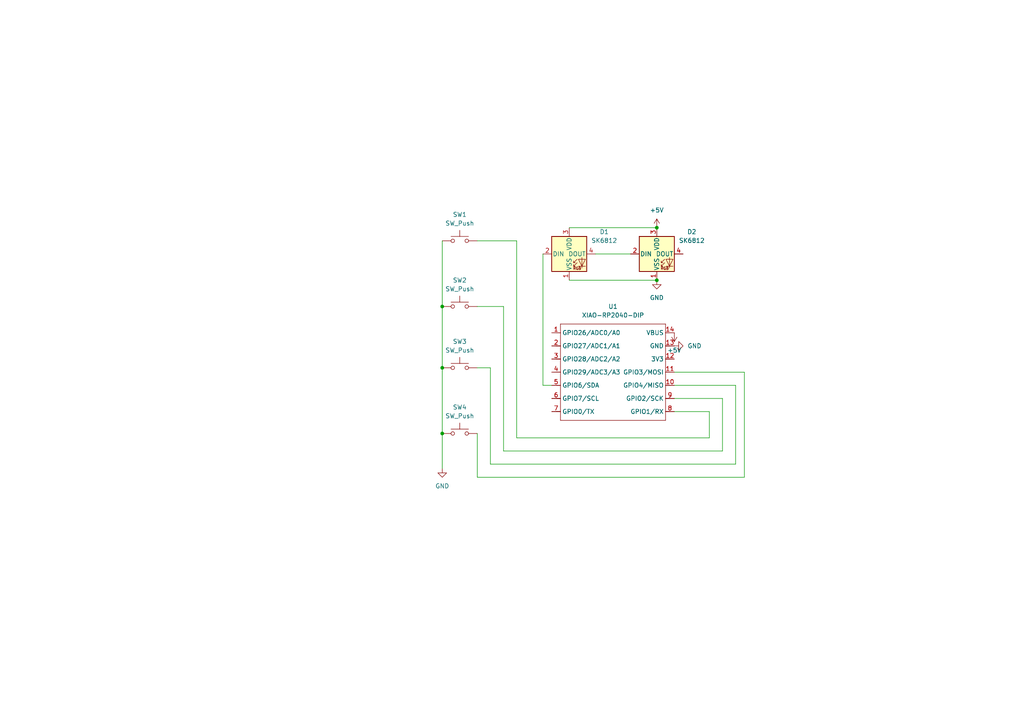
<source format=kicad_sch>
(kicad_sch
	(version 20250114)
	(generator "eeschema")
	(generator_version "9.0")
	(uuid "df9521ad-81be-4924-bf6d-86c0901e75d3")
	(paper "A4")
	(lib_symbols
		(symbol "LED:SK6812"
			(pin_names
				(offset 0.254)
			)
			(exclude_from_sim no)
			(in_bom yes)
			(on_board yes)
			(property "Reference" "D"
				(at 5.08 5.715 0)
				(effects
					(font
						(size 1.27 1.27)
					)
					(justify right bottom)
				)
			)
			(property "Value" "SK6812"
				(at 1.27 -5.715 0)
				(effects
					(font
						(size 1.27 1.27)
					)
					(justify left top)
				)
			)
			(property "Footprint" "LED_SMD:LED_SK6812_PLCC4_5.0x5.0mm_P3.2mm"
				(at 1.27 -7.62 0)
				(effects
					(font
						(size 1.27 1.27)
					)
					(justify left top)
					(hide yes)
				)
			)
			(property "Datasheet" "https://cdn-shop.adafruit.com/product-files/1138/SK6812+LED+datasheet+.pdf"
				(at 2.54 -9.525 0)
				(effects
					(font
						(size 1.27 1.27)
					)
					(justify left top)
					(hide yes)
				)
			)
			(property "Description" "RGB LED with integrated controller"
				(at 0 0 0)
				(effects
					(font
						(size 1.27 1.27)
					)
					(hide yes)
				)
			)
			(property "ki_keywords" "RGB LED NeoPixel addressable"
				(at 0 0 0)
				(effects
					(font
						(size 1.27 1.27)
					)
					(hide yes)
				)
			)
			(property "ki_fp_filters" "LED*SK6812*PLCC*5.0x5.0mm*P3.2mm*"
				(at 0 0 0)
				(effects
					(font
						(size 1.27 1.27)
					)
					(hide yes)
				)
			)
			(symbol "SK6812_0_0"
				(text "RGB"
					(at 2.286 -4.191 0)
					(effects
						(font
							(size 0.762 0.762)
						)
					)
				)
			)
			(symbol "SK6812_0_1"
				(polyline
					(pts
						(xy 1.27 -2.54) (xy 1.778 -2.54)
					)
					(stroke
						(width 0)
						(type default)
					)
					(fill
						(type none)
					)
				)
				(polyline
					(pts
						(xy 1.27 -3.556) (xy 1.778 -3.556)
					)
					(stroke
						(width 0)
						(type default)
					)
					(fill
						(type none)
					)
				)
				(polyline
					(pts
						(xy 2.286 -1.524) (xy 1.27 -2.54) (xy 1.27 -2.032)
					)
					(stroke
						(width 0)
						(type default)
					)
					(fill
						(type none)
					)
				)
				(polyline
					(pts
						(xy 2.286 -2.54) (xy 1.27 -3.556) (xy 1.27 -3.048)
					)
					(stroke
						(width 0)
						(type default)
					)
					(fill
						(type none)
					)
				)
				(polyline
					(pts
						(xy 3.683 -1.016) (xy 3.683 -3.556) (xy 3.683 -4.064)
					)
					(stroke
						(width 0)
						(type default)
					)
					(fill
						(type none)
					)
				)
				(polyline
					(pts
						(xy 4.699 -1.524) (xy 2.667 -1.524) (xy 3.683 -3.556) (xy 4.699 -1.524)
					)
					(stroke
						(width 0)
						(type default)
					)
					(fill
						(type none)
					)
				)
				(polyline
					(pts
						(xy 4.699 -3.556) (xy 2.667 -3.556)
					)
					(stroke
						(width 0)
						(type default)
					)
					(fill
						(type none)
					)
				)
				(rectangle
					(start 5.08 5.08)
					(end -5.08 -5.08)
					(stroke
						(width 0.254)
						(type default)
					)
					(fill
						(type background)
					)
				)
			)
			(symbol "SK6812_1_1"
				(pin input line
					(at -7.62 0 0)
					(length 2.54)
					(name "DIN"
						(effects
							(font
								(size 1.27 1.27)
							)
						)
					)
					(number "2"
						(effects
							(font
								(size 1.27 1.27)
							)
						)
					)
				)
				(pin power_in line
					(at 0 7.62 270)
					(length 2.54)
					(name "VDD"
						(effects
							(font
								(size 1.27 1.27)
							)
						)
					)
					(number "3"
						(effects
							(font
								(size 1.27 1.27)
							)
						)
					)
				)
				(pin power_in line
					(at 0 -7.62 90)
					(length 2.54)
					(name "VSS"
						(effects
							(font
								(size 1.27 1.27)
							)
						)
					)
					(number "1"
						(effects
							(font
								(size 1.27 1.27)
							)
						)
					)
				)
				(pin output line
					(at 7.62 0 180)
					(length 2.54)
					(name "DOUT"
						(effects
							(font
								(size 1.27 1.27)
							)
						)
					)
					(number "4"
						(effects
							(font
								(size 1.27 1.27)
							)
						)
					)
				)
			)
			(embedded_fonts no)
		)
		(symbol "Seeed_Studio_XIAO_Series:XIAO-RP2040-DIP"
			(exclude_from_sim no)
			(in_bom yes)
			(on_board yes)
			(property "Reference" "U"
				(at 0 0 0)
				(effects
					(font
						(size 1.27 1.27)
					)
				)
			)
			(property "Value" "XIAO-RP2040-DIP"
				(at 5.334 -1.778 0)
				(effects
					(font
						(size 1.27 1.27)
					)
				)
			)
			(property "Footprint" "Module:MOUDLE14P-XIAO-DIP-SMD"
				(at 14.478 -32.258 0)
				(effects
					(font
						(size 1.27 1.27)
					)
					(hide yes)
				)
			)
			(property "Datasheet" ""
				(at 0 0 0)
				(effects
					(font
						(size 1.27 1.27)
					)
					(hide yes)
				)
			)
			(property "Description" ""
				(at 0 0 0)
				(effects
					(font
						(size 1.27 1.27)
					)
					(hide yes)
				)
			)
			(symbol "XIAO-RP2040-DIP_1_0"
				(polyline
					(pts
						(xy -1.27 -2.54) (xy 29.21 -2.54)
					)
					(stroke
						(width 0.1524)
						(type solid)
					)
					(fill
						(type none)
					)
				)
				(polyline
					(pts
						(xy -1.27 -5.08) (xy -2.54 -5.08)
					)
					(stroke
						(width 0.1524)
						(type solid)
					)
					(fill
						(type none)
					)
				)
				(polyline
					(pts
						(xy -1.27 -5.08) (xy -1.27 -2.54)
					)
					(stroke
						(width 0.1524)
						(type solid)
					)
					(fill
						(type none)
					)
				)
				(polyline
					(pts
						(xy -1.27 -8.89) (xy -2.54 -8.89)
					)
					(stroke
						(width 0.1524)
						(type solid)
					)
					(fill
						(type none)
					)
				)
				(polyline
					(pts
						(xy -1.27 -8.89) (xy -1.27 -5.08)
					)
					(stroke
						(width 0.1524)
						(type solid)
					)
					(fill
						(type none)
					)
				)
				(polyline
					(pts
						(xy -1.27 -12.7) (xy -2.54 -12.7)
					)
					(stroke
						(width 0.1524)
						(type solid)
					)
					(fill
						(type none)
					)
				)
				(polyline
					(pts
						(xy -1.27 -12.7) (xy -1.27 -8.89)
					)
					(stroke
						(width 0.1524)
						(type solid)
					)
					(fill
						(type none)
					)
				)
				(polyline
					(pts
						(xy -1.27 -16.51) (xy -2.54 -16.51)
					)
					(stroke
						(width 0.1524)
						(type solid)
					)
					(fill
						(type none)
					)
				)
				(polyline
					(pts
						(xy -1.27 -16.51) (xy -1.27 -12.7)
					)
					(stroke
						(width 0.1524)
						(type solid)
					)
					(fill
						(type none)
					)
				)
				(polyline
					(pts
						(xy -1.27 -20.32) (xy -2.54 -20.32)
					)
					(stroke
						(width 0.1524)
						(type solid)
					)
					(fill
						(type none)
					)
				)
				(polyline
					(pts
						(xy -1.27 -24.13) (xy -2.54 -24.13)
					)
					(stroke
						(width 0.1524)
						(type solid)
					)
					(fill
						(type none)
					)
				)
				(polyline
					(pts
						(xy -1.27 -27.94) (xy -2.54 -27.94)
					)
					(stroke
						(width 0.1524)
						(type solid)
					)
					(fill
						(type none)
					)
				)
				(polyline
					(pts
						(xy -1.27 -30.48) (xy -1.27 -16.51)
					)
					(stroke
						(width 0.1524)
						(type solid)
					)
					(fill
						(type none)
					)
				)
				(polyline
					(pts
						(xy 29.21 -2.54) (xy 29.21 -5.08)
					)
					(stroke
						(width 0.1524)
						(type solid)
					)
					(fill
						(type none)
					)
				)
				(polyline
					(pts
						(xy 29.21 -5.08) (xy 29.21 -8.89)
					)
					(stroke
						(width 0.1524)
						(type solid)
					)
					(fill
						(type none)
					)
				)
				(polyline
					(pts
						(xy 29.21 -8.89) (xy 29.21 -12.7)
					)
					(stroke
						(width 0.1524)
						(type solid)
					)
					(fill
						(type none)
					)
				)
				(polyline
					(pts
						(xy 29.21 -12.7) (xy 29.21 -30.48)
					)
					(stroke
						(width 0.1524)
						(type solid)
					)
					(fill
						(type none)
					)
				)
				(polyline
					(pts
						(xy 29.21 -30.48) (xy -1.27 -30.48)
					)
					(stroke
						(width 0.1524)
						(type solid)
					)
					(fill
						(type none)
					)
				)
				(polyline
					(pts
						(xy 30.48 -5.08) (xy 29.21 -5.08)
					)
					(stroke
						(width 0.1524)
						(type solid)
					)
					(fill
						(type none)
					)
				)
				(polyline
					(pts
						(xy 30.48 -8.89) (xy 29.21 -8.89)
					)
					(stroke
						(width 0.1524)
						(type solid)
					)
					(fill
						(type none)
					)
				)
				(polyline
					(pts
						(xy 30.48 -12.7) (xy 29.21 -12.7)
					)
					(stroke
						(width 0.1524)
						(type solid)
					)
					(fill
						(type none)
					)
				)
				(polyline
					(pts
						(xy 30.48 -16.51) (xy 29.21 -16.51)
					)
					(stroke
						(width 0.1524)
						(type solid)
					)
					(fill
						(type none)
					)
				)
				(polyline
					(pts
						(xy 30.48 -20.32) (xy 29.21 -20.32)
					)
					(stroke
						(width 0.1524)
						(type solid)
					)
					(fill
						(type none)
					)
				)
				(polyline
					(pts
						(xy 30.48 -24.13) (xy 29.21 -24.13)
					)
					(stroke
						(width 0.1524)
						(type solid)
					)
					(fill
						(type none)
					)
				)
				(polyline
					(pts
						(xy 30.48 -27.94) (xy 29.21 -27.94)
					)
					(stroke
						(width 0.1524)
						(type solid)
					)
					(fill
						(type none)
					)
				)
				(pin passive line
					(at -3.81 -5.08 0)
					(length 2.54)
					(name "GPIO26/ADC0/A0"
						(effects
							(font
								(size 1.27 1.27)
							)
						)
					)
					(number "1"
						(effects
							(font
								(size 1.27 1.27)
							)
						)
					)
				)
				(pin passive line
					(at -3.81 -8.89 0)
					(length 2.54)
					(name "GPIO27/ADC1/A1"
						(effects
							(font
								(size 1.27 1.27)
							)
						)
					)
					(number "2"
						(effects
							(font
								(size 1.27 1.27)
							)
						)
					)
				)
				(pin passive line
					(at -3.81 -12.7 0)
					(length 2.54)
					(name "GPIO28/ADC2/A2"
						(effects
							(font
								(size 1.27 1.27)
							)
						)
					)
					(number "3"
						(effects
							(font
								(size 1.27 1.27)
							)
						)
					)
				)
				(pin passive line
					(at -3.81 -16.51 0)
					(length 2.54)
					(name "GPIO29/ADC3/A3"
						(effects
							(font
								(size 1.27 1.27)
							)
						)
					)
					(number "4"
						(effects
							(font
								(size 1.27 1.27)
							)
						)
					)
				)
				(pin passive line
					(at -3.81 -20.32 0)
					(length 2.54)
					(name "GPIO6/SDA"
						(effects
							(font
								(size 1.27 1.27)
							)
						)
					)
					(number "5"
						(effects
							(font
								(size 1.27 1.27)
							)
						)
					)
				)
				(pin passive line
					(at -3.81 -24.13 0)
					(length 2.54)
					(name "GPIO7/SCL"
						(effects
							(font
								(size 1.27 1.27)
							)
						)
					)
					(number "6"
						(effects
							(font
								(size 1.27 1.27)
							)
						)
					)
				)
				(pin passive line
					(at -3.81 -27.94 0)
					(length 2.54)
					(name "GPIO0/TX"
						(effects
							(font
								(size 1.27 1.27)
							)
						)
					)
					(number "7"
						(effects
							(font
								(size 1.27 1.27)
							)
						)
					)
				)
				(pin passive line
					(at 31.75 -5.08 180)
					(length 2.54)
					(name "VBUS"
						(effects
							(font
								(size 1.27 1.27)
							)
						)
					)
					(number "14"
						(effects
							(font
								(size 1.27 1.27)
							)
						)
					)
				)
				(pin passive line
					(at 31.75 -8.89 180)
					(length 2.54)
					(name "GND"
						(effects
							(font
								(size 1.27 1.27)
							)
						)
					)
					(number "13"
						(effects
							(font
								(size 1.27 1.27)
							)
						)
					)
				)
				(pin passive line
					(at 31.75 -12.7 180)
					(length 2.54)
					(name "3V3"
						(effects
							(font
								(size 1.27 1.27)
							)
						)
					)
					(number "12"
						(effects
							(font
								(size 1.27 1.27)
							)
						)
					)
				)
				(pin passive line
					(at 31.75 -16.51 180)
					(length 2.54)
					(name "GPIO3/MOSI"
						(effects
							(font
								(size 1.27 1.27)
							)
						)
					)
					(number "11"
						(effects
							(font
								(size 1.27 1.27)
							)
						)
					)
				)
				(pin passive line
					(at 31.75 -20.32 180)
					(length 2.54)
					(name "GPIO4/MISO"
						(effects
							(font
								(size 1.27 1.27)
							)
						)
					)
					(number "10"
						(effects
							(font
								(size 1.27 1.27)
							)
						)
					)
				)
				(pin passive line
					(at 31.75 -24.13 180)
					(length 2.54)
					(name "GPIO2/SCK"
						(effects
							(font
								(size 1.27 1.27)
							)
						)
					)
					(number "9"
						(effects
							(font
								(size 1.27 1.27)
							)
						)
					)
				)
				(pin passive line
					(at 31.75 -27.94 180)
					(length 2.54)
					(name "GPIO1/RX"
						(effects
							(font
								(size 1.27 1.27)
							)
						)
					)
					(number "8"
						(effects
							(font
								(size 1.27 1.27)
							)
						)
					)
				)
			)
			(embedded_fonts no)
		)
		(symbol "Switch:SW_Push"
			(pin_numbers
				(hide yes)
			)
			(pin_names
				(offset 1.016)
				(hide yes)
			)
			(exclude_from_sim no)
			(in_bom yes)
			(on_board yes)
			(property "Reference" "SW"
				(at 1.27 2.54 0)
				(effects
					(font
						(size 1.27 1.27)
					)
					(justify left)
				)
			)
			(property "Value" "SW_Push"
				(at 0 -1.524 0)
				(effects
					(font
						(size 1.27 1.27)
					)
				)
			)
			(property "Footprint" ""
				(at 0 5.08 0)
				(effects
					(font
						(size 1.27 1.27)
					)
					(hide yes)
				)
			)
			(property "Datasheet" "~"
				(at 0 5.08 0)
				(effects
					(font
						(size 1.27 1.27)
					)
					(hide yes)
				)
			)
			(property "Description" "Push button switch, generic, two pins"
				(at 0 0 0)
				(effects
					(font
						(size 1.27 1.27)
					)
					(hide yes)
				)
			)
			(property "ki_keywords" "switch normally-open pushbutton push-button"
				(at 0 0 0)
				(effects
					(font
						(size 1.27 1.27)
					)
					(hide yes)
				)
			)
			(symbol "SW_Push_0_1"
				(circle
					(center -2.032 0)
					(radius 0.508)
					(stroke
						(width 0)
						(type default)
					)
					(fill
						(type none)
					)
				)
				(polyline
					(pts
						(xy 0 1.27) (xy 0 3.048)
					)
					(stroke
						(width 0)
						(type default)
					)
					(fill
						(type none)
					)
				)
				(circle
					(center 2.032 0)
					(radius 0.508)
					(stroke
						(width 0)
						(type default)
					)
					(fill
						(type none)
					)
				)
				(polyline
					(pts
						(xy 2.54 1.27) (xy -2.54 1.27)
					)
					(stroke
						(width 0)
						(type default)
					)
					(fill
						(type none)
					)
				)
				(pin passive line
					(at -5.08 0 0)
					(length 2.54)
					(name "1"
						(effects
							(font
								(size 1.27 1.27)
							)
						)
					)
					(number "1"
						(effects
							(font
								(size 1.27 1.27)
							)
						)
					)
				)
				(pin passive line
					(at 5.08 0 180)
					(length 2.54)
					(name "2"
						(effects
							(font
								(size 1.27 1.27)
							)
						)
					)
					(number "2"
						(effects
							(font
								(size 1.27 1.27)
							)
						)
					)
				)
			)
			(embedded_fonts no)
		)
		(symbol "power:+5V"
			(power)
			(pin_numbers
				(hide yes)
			)
			(pin_names
				(offset 0)
				(hide yes)
			)
			(exclude_from_sim no)
			(in_bom yes)
			(on_board yes)
			(property "Reference" "#PWR"
				(at 0 -3.81 0)
				(effects
					(font
						(size 1.27 1.27)
					)
					(hide yes)
				)
			)
			(property "Value" "+5V"
				(at 0 3.556 0)
				(effects
					(font
						(size 1.27 1.27)
					)
				)
			)
			(property "Footprint" ""
				(at 0 0 0)
				(effects
					(font
						(size 1.27 1.27)
					)
					(hide yes)
				)
			)
			(property "Datasheet" ""
				(at 0 0 0)
				(effects
					(font
						(size 1.27 1.27)
					)
					(hide yes)
				)
			)
			(property "Description" "Power symbol creates a global label with name \"+5V\""
				(at 0 0 0)
				(effects
					(font
						(size 1.27 1.27)
					)
					(hide yes)
				)
			)
			(property "ki_keywords" "global power"
				(at 0 0 0)
				(effects
					(font
						(size 1.27 1.27)
					)
					(hide yes)
				)
			)
			(symbol "+5V_0_1"
				(polyline
					(pts
						(xy -0.762 1.27) (xy 0 2.54)
					)
					(stroke
						(width 0)
						(type default)
					)
					(fill
						(type none)
					)
				)
				(polyline
					(pts
						(xy 0 2.54) (xy 0.762 1.27)
					)
					(stroke
						(width 0)
						(type default)
					)
					(fill
						(type none)
					)
				)
				(polyline
					(pts
						(xy 0 0) (xy 0 2.54)
					)
					(stroke
						(width 0)
						(type default)
					)
					(fill
						(type none)
					)
				)
			)
			(symbol "+5V_1_1"
				(pin power_in line
					(at 0 0 90)
					(length 0)
					(name "~"
						(effects
							(font
								(size 1.27 1.27)
							)
						)
					)
					(number "1"
						(effects
							(font
								(size 1.27 1.27)
							)
						)
					)
				)
			)
			(embedded_fonts no)
		)
		(symbol "power:GND"
			(power)
			(pin_numbers
				(hide yes)
			)
			(pin_names
				(offset 0)
				(hide yes)
			)
			(exclude_from_sim no)
			(in_bom yes)
			(on_board yes)
			(property "Reference" "#PWR"
				(at 0 -6.35 0)
				(effects
					(font
						(size 1.27 1.27)
					)
					(hide yes)
				)
			)
			(property "Value" "GND"
				(at 0 -3.81 0)
				(effects
					(font
						(size 1.27 1.27)
					)
				)
			)
			(property "Footprint" ""
				(at 0 0 0)
				(effects
					(font
						(size 1.27 1.27)
					)
					(hide yes)
				)
			)
			(property "Datasheet" ""
				(at 0 0 0)
				(effects
					(font
						(size 1.27 1.27)
					)
					(hide yes)
				)
			)
			(property "Description" "Power symbol creates a global label with name \"GND\" , ground"
				(at 0 0 0)
				(effects
					(font
						(size 1.27 1.27)
					)
					(hide yes)
				)
			)
			(property "ki_keywords" "global power"
				(at 0 0 0)
				(effects
					(font
						(size 1.27 1.27)
					)
					(hide yes)
				)
			)
			(symbol "GND_0_1"
				(polyline
					(pts
						(xy 0 0) (xy 0 -1.27) (xy 1.27 -1.27) (xy 0 -2.54) (xy -1.27 -1.27) (xy 0 -1.27)
					)
					(stroke
						(width 0)
						(type default)
					)
					(fill
						(type none)
					)
				)
			)
			(symbol "GND_1_1"
				(pin power_in line
					(at 0 0 270)
					(length 0)
					(name "~"
						(effects
							(font
								(size 1.27 1.27)
							)
						)
					)
					(number "1"
						(effects
							(font
								(size 1.27 1.27)
							)
						)
					)
				)
			)
			(embedded_fonts no)
		)
	)
	(junction
		(at 128.27 88.9)
		(diameter 0)
		(color 0 0 0 0)
		(uuid "24a911cf-4760-4346-8750-a9813dbb96f6")
	)
	(junction
		(at 190.5 66.04)
		(diameter 0)
		(color 0 0 0 0)
		(uuid "bf9a2d3d-2164-4d91-9039-8b460f4e9c3c")
	)
	(junction
		(at 128.27 106.68)
		(diameter 0)
		(color 0 0 0 0)
		(uuid "d033da20-ebaa-48b1-b0ed-b5a980309926")
	)
	(junction
		(at 190.5 81.28)
		(diameter 0)
		(color 0 0 0 0)
		(uuid "d059adfd-0ac7-4a4f-8ceb-0df431aec466")
	)
	(junction
		(at 128.27 125.73)
		(diameter 0)
		(color 0 0 0 0)
		(uuid "e0835329-5727-456b-b3ff-95378954184e")
	)
	(wire
		(pts
			(xy 165.1 66.04) (xy 190.5 66.04)
		)
		(stroke
			(width 0)
			(type default)
		)
		(uuid "053b6c94-4441-40eb-b393-43f77fcac925")
	)
	(wire
		(pts
			(xy 205.74 127) (xy 149.86 127)
		)
		(stroke
			(width 0)
			(type default)
		)
		(uuid "07ef7a87-7353-43f6-8fc7-b46c6371bf9e")
	)
	(wire
		(pts
			(xy 128.27 88.9) (xy 128.27 106.68)
		)
		(stroke
			(width 0)
			(type default)
		)
		(uuid "089451dc-df5c-461d-9361-4c2ac1e9161d")
	)
	(wire
		(pts
			(xy 138.43 88.9) (xy 146.05 88.9)
		)
		(stroke
			(width 0)
			(type default)
		)
		(uuid "1105c4b5-2aa5-4230-99b8-fb084226be89")
	)
	(wire
		(pts
			(xy 209.55 130.81) (xy 146.05 130.81)
		)
		(stroke
			(width 0)
			(type default)
		)
		(uuid "14ecb5c2-09be-4b61-b02a-e75ffe00d165")
	)
	(wire
		(pts
			(xy 165.1 81.28) (xy 190.5 81.28)
		)
		(stroke
			(width 0)
			(type default)
		)
		(uuid "266edb91-305f-4b04-9f1e-08d250526208")
	)
	(wire
		(pts
			(xy 146.05 130.81) (xy 146.05 88.9)
		)
		(stroke
			(width 0)
			(type default)
		)
		(uuid "2beddf04-26f2-44b5-8310-33bc429728df")
	)
	(wire
		(pts
			(xy 128.27 125.73) (xy 128.27 135.89)
		)
		(stroke
			(width 0)
			(type default)
		)
		(uuid "2c43ff23-9b2b-4adc-b35c-87088fd670a6")
	)
	(wire
		(pts
			(xy 142.24 134.62) (xy 142.24 106.68)
		)
		(stroke
			(width 0)
			(type default)
		)
		(uuid "3b92f6d6-3718-4e60-91e9-70c00003ff17")
	)
	(wire
		(pts
			(xy 149.86 127) (xy 149.86 69.85)
		)
		(stroke
			(width 0)
			(type default)
		)
		(uuid "41411fbb-f371-489d-a9db-07c1d0dd2592")
	)
	(wire
		(pts
			(xy 205.74 119.38) (xy 205.74 127)
		)
		(stroke
			(width 0)
			(type default)
		)
		(uuid "41482657-b9e0-49f1-99dd-3af451ba6729")
	)
	(wire
		(pts
			(xy 128.27 106.68) (xy 128.27 125.73)
		)
		(stroke
			(width 0)
			(type default)
		)
		(uuid "42a5079e-b161-4425-b8f9-c06e7cf90186")
	)
	(wire
		(pts
			(xy 160.02 111.76) (xy 157.48 111.76)
		)
		(stroke
			(width 0)
			(type default)
		)
		(uuid "54f072a3-bb63-4323-b7e1-796861624928")
	)
	(wire
		(pts
			(xy 195.58 107.95) (xy 215.9 107.95)
		)
		(stroke
			(width 0)
			(type default)
		)
		(uuid "63241e3d-d2b0-492e-ac6b-0952f49c0ebb")
	)
	(wire
		(pts
			(xy 215.9 107.95) (xy 215.9 138.43)
		)
		(stroke
			(width 0)
			(type default)
		)
		(uuid "66ec21d4-997d-4266-812f-c002da4e0f34")
	)
	(wire
		(pts
			(xy 215.9 138.43) (xy 138.43 138.43)
		)
		(stroke
			(width 0)
			(type default)
		)
		(uuid "7a2c1767-5c6f-4237-badb-8929d4d62300")
	)
	(wire
		(pts
			(xy 213.36 111.76) (xy 213.36 134.62)
		)
		(stroke
			(width 0)
			(type default)
		)
		(uuid "7cdb82d8-5056-4c1f-893a-4eb059136d8e")
	)
	(wire
		(pts
			(xy 128.27 69.85) (xy 128.27 88.9)
		)
		(stroke
			(width 0)
			(type default)
		)
		(uuid "7d2e53ba-ea5b-4e43-8099-4b68ef809e53")
	)
	(wire
		(pts
			(xy 157.48 111.76) (xy 157.48 73.66)
		)
		(stroke
			(width 0)
			(type default)
		)
		(uuid "7da508bd-de53-4a1d-a93b-d24b3da77044")
	)
	(wire
		(pts
			(xy 142.24 106.68) (xy 138.43 106.68)
		)
		(stroke
			(width 0)
			(type default)
		)
		(uuid "8a2f5786-2ba5-4dd0-9ed4-d90508a61978")
	)
	(wire
		(pts
			(xy 209.55 115.57) (xy 209.55 130.81)
		)
		(stroke
			(width 0)
			(type default)
		)
		(uuid "8aabd63f-6399-4dfc-adec-97050d19bf14")
	)
	(wire
		(pts
			(xy 172.72 73.66) (xy 182.88 73.66)
		)
		(stroke
			(width 0)
			(type default)
		)
		(uuid "b6918705-1332-440d-ac03-c561516cda1c")
	)
	(wire
		(pts
			(xy 195.58 111.76) (xy 213.36 111.76)
		)
		(stroke
			(width 0)
			(type default)
		)
		(uuid "c05adf7a-b13f-4667-bc21-d7a0b4ce8f30")
	)
	(wire
		(pts
			(xy 195.58 115.57) (xy 209.55 115.57)
		)
		(stroke
			(width 0)
			(type default)
		)
		(uuid "ca5abcc8-5dfa-4adb-8e6f-39e12689b094")
	)
	(wire
		(pts
			(xy 138.43 125.73) (xy 138.43 138.43)
		)
		(stroke
			(width 0)
			(type default)
		)
		(uuid "d38cc0b8-bba3-4141-8380-8756a610d893")
	)
	(wire
		(pts
			(xy 195.58 119.38) (xy 205.74 119.38)
		)
		(stroke
			(width 0)
			(type default)
		)
		(uuid "dd998800-1fa5-406b-898e-1869e1e82c79")
	)
	(wire
		(pts
			(xy 149.86 69.85) (xy 138.43 69.85)
		)
		(stroke
			(width 0)
			(type default)
		)
		(uuid "e1177872-2d47-4338-8d6c-22f5cfb54740")
	)
	(wire
		(pts
			(xy 213.36 134.62) (xy 142.24 134.62)
		)
		(stroke
			(width 0)
			(type default)
		)
		(uuid "e9a7246b-a9db-4706-8a69-aa487068c732")
	)
	(symbol
		(lib_id "Switch:SW_Push")
		(at 133.35 69.85 0)
		(unit 1)
		(exclude_from_sim no)
		(in_bom yes)
		(on_board yes)
		(dnp no)
		(fields_autoplaced yes)
		(uuid "0b7ea205-b943-4555-a9d4-78d2db9e9595")
		(property "Reference" "SW1"
			(at 133.35 62.23 0)
			(effects
				(font
					(size 1.27 1.27)
				)
			)
		)
		(property "Value" "SW_Push"
			(at 133.35 64.77 0)
			(effects
				(font
					(size 1.27 1.27)
				)
			)
		)
		(property "Footprint" "Button_Switch_Keyboard:SW_Cherry_MX_1.00u_PCB"
			(at 133.35 64.77 0)
			(effects
				(font
					(size 1.27 1.27)
				)
				(hide yes)
			)
		)
		(property "Datasheet" "~"
			(at 133.35 64.77 0)
			(effects
				(font
					(size 1.27 1.27)
				)
				(hide yes)
			)
		)
		(property "Description" "Push button switch, generic, two pins"
			(at 133.35 69.85 0)
			(effects
				(font
					(size 1.27 1.27)
				)
				(hide yes)
			)
		)
		(pin "2"
			(uuid "b2396d9c-9717-4894-9977-57adec248d60")
		)
		(pin "1"
			(uuid "031ed4dc-044f-488c-82a1-ecae71e5e7cb")
		)
		(instances
			(project ""
				(path "/df9521ad-81be-4924-bf6d-86c0901e75d3"
					(reference "SW1")
					(unit 1)
				)
			)
		)
	)
	(symbol
		(lib_id "power:+5V")
		(at 190.5 66.04 0)
		(unit 1)
		(exclude_from_sim no)
		(in_bom yes)
		(on_board yes)
		(dnp no)
		(fields_autoplaced yes)
		(uuid "11dd4721-66c6-4a90-a60e-8d72aaf6d5ba")
		(property "Reference" "#PWR05"
			(at 190.5 69.85 0)
			(effects
				(font
					(size 1.27 1.27)
				)
				(hide yes)
			)
		)
		(property "Value" "+5V"
			(at 190.5 60.96 0)
			(effects
				(font
					(size 1.27 1.27)
				)
			)
		)
		(property "Footprint" ""
			(at 190.5 66.04 0)
			(effects
				(font
					(size 1.27 1.27)
				)
				(hide yes)
			)
		)
		(property "Datasheet" ""
			(at 190.5 66.04 0)
			(effects
				(font
					(size 1.27 1.27)
				)
				(hide yes)
			)
		)
		(property "Description" "Power symbol creates a global label with name \"+5V\""
			(at 190.5 66.04 0)
			(effects
				(font
					(size 1.27 1.27)
				)
				(hide yes)
			)
		)
		(pin "1"
			(uuid "5c5340bc-f6c3-4fbe-b7c3-3fba06e4f265")
		)
		(instances
			(project ""
				(path "/df9521ad-81be-4924-bf6d-86c0901e75d3"
					(reference "#PWR05")
					(unit 1)
				)
			)
		)
	)
	(symbol
		(lib_id "Switch:SW_Push")
		(at 133.35 125.73 0)
		(unit 1)
		(exclude_from_sim no)
		(in_bom yes)
		(on_board yes)
		(dnp no)
		(fields_autoplaced yes)
		(uuid "1fb69f5e-596e-479f-b758-0f897a939b6d")
		(property "Reference" "SW4"
			(at 133.35 118.11 0)
			(effects
				(font
					(size 1.27 1.27)
				)
			)
		)
		(property "Value" "SW_Push"
			(at 133.35 120.65 0)
			(effects
				(font
					(size 1.27 1.27)
				)
			)
		)
		(property "Footprint" "Button_Switch_Keyboard:SW_Cherry_MX_1.00u_PCB"
			(at 133.35 120.65 0)
			(effects
				(font
					(size 1.27 1.27)
				)
				(hide yes)
			)
		)
		(property "Datasheet" "~"
			(at 133.35 120.65 0)
			(effects
				(font
					(size 1.27 1.27)
				)
				(hide yes)
			)
		)
		(property "Description" "Push button switch, generic, two pins"
			(at 133.35 125.73 0)
			(effects
				(font
					(size 1.27 1.27)
				)
				(hide yes)
			)
		)
		(pin "1"
			(uuid "fe028cb7-3289-4738-a433-c33dd7ec933d")
		)
		(pin "2"
			(uuid "4a815b55-7829-478d-9223-4cb933b13f02")
		)
		(instances
			(project ""
				(path "/df9521ad-81be-4924-bf6d-86c0901e75d3"
					(reference "SW4")
					(unit 1)
				)
			)
		)
	)
	(symbol
		(lib_id "power:+5V")
		(at 195.58 96.52 180)
		(unit 1)
		(exclude_from_sim no)
		(in_bom yes)
		(on_board yes)
		(dnp no)
		(fields_autoplaced yes)
		(uuid "3d07fe8d-8473-4dfa-990f-27a75676a941")
		(property "Reference" "#PWR02"
			(at 195.58 92.71 0)
			(effects
				(font
					(size 1.27 1.27)
				)
				(hide yes)
			)
		)
		(property "Value" "+5V"
			(at 195.58 101.6 0)
			(effects
				(font
					(size 1.27 1.27)
				)
			)
		)
		(property "Footprint" ""
			(at 195.58 96.52 0)
			(effects
				(font
					(size 1.27 1.27)
				)
				(hide yes)
			)
		)
		(property "Datasheet" ""
			(at 195.58 96.52 0)
			(effects
				(font
					(size 1.27 1.27)
				)
				(hide yes)
			)
		)
		(property "Description" "Power symbol creates a global label with name \"+5V\""
			(at 195.58 96.52 0)
			(effects
				(font
					(size 1.27 1.27)
				)
				(hide yes)
			)
		)
		(pin "1"
			(uuid "d67b40d5-38ce-40a5-abfe-8bc46976824d")
		)
		(instances
			(project ""
				(path "/df9521ad-81be-4924-bf6d-86c0901e75d3"
					(reference "#PWR02")
					(unit 1)
				)
			)
		)
	)
	(symbol
		(lib_id "Seeed_Studio_XIAO_Series:XIAO-RP2040-DIP")
		(at 163.83 91.44 0)
		(unit 1)
		(exclude_from_sim no)
		(in_bom yes)
		(on_board yes)
		(dnp no)
		(fields_autoplaced yes)
		(uuid "429779b3-a6b4-42f8-abde-b44fe3190d6d")
		(property "Reference" "U1"
			(at 177.8 88.9 0)
			(effects
				(font
					(size 1.27 1.27)
				)
			)
		)
		(property "Value" "XIAO-RP2040-DIP"
			(at 177.8 91.44 0)
			(effects
				(font
					(size 1.27 1.27)
				)
			)
		)
		(property "Footprint" "Seeed Studio XIAO Series Library:XIAO-RP2040-DIP"
			(at 178.308 123.698 0)
			(effects
				(font
					(size 1.27 1.27)
				)
				(hide yes)
			)
		)
		(property "Datasheet" ""
			(at 163.83 91.44 0)
			(effects
				(font
					(size 1.27 1.27)
				)
				(hide yes)
			)
		)
		(property "Description" ""
			(at 163.83 91.44 0)
			(effects
				(font
					(size 1.27 1.27)
				)
				(hide yes)
			)
		)
		(pin "2"
			(uuid "fa1041ae-e858-461e-87c2-1a76e6769503")
		)
		(pin "4"
			(uuid "b7d6e1dc-eb0d-467b-91fe-0edb76b8366b")
		)
		(pin "1"
			(uuid "37daadbc-014b-470b-ac5a-fdf396152dab")
		)
		(pin "3"
			(uuid "e19e107f-2946-450c-be8d-94414cf36567")
		)
		(pin "13"
			(uuid "0fef5745-da23-4738-880c-175518d0d1e7")
		)
		(pin "8"
			(uuid "2d9e7c29-ab5d-4073-b8f9-d6178f861406")
		)
		(pin "5"
			(uuid "36674ee0-4e91-4400-8cc4-db72488633f6")
		)
		(pin "14"
			(uuid "b2568c22-87e2-4c8a-aeb0-66e977135e34")
		)
		(pin "11"
			(uuid "6da5ec2d-9156-4e96-aaf1-e43861d704a6")
		)
		(pin "7"
			(uuid "8a0182bf-8f3d-4244-8178-7763084adf8b")
		)
		(pin "6"
			(uuid "0473fac6-616e-4cd8-a223-23ec4fbbb6b4")
		)
		(pin "10"
			(uuid "3286eb23-d8a7-4610-852d-aa05c83cd382")
		)
		(pin "9"
			(uuid "b7ba3149-cb8b-459c-9031-d937a9b034de")
		)
		(pin "12"
			(uuid "8ab91866-d363-4a84-b0b4-8092d440c5be")
		)
		(instances
			(project ""
				(path "/df9521ad-81be-4924-bf6d-86c0901e75d3"
					(reference "U1")
					(unit 1)
				)
			)
		)
	)
	(symbol
		(lib_id "LED:SK6812")
		(at 190.5 73.66 0)
		(unit 1)
		(exclude_from_sim no)
		(in_bom yes)
		(on_board yes)
		(dnp no)
		(fields_autoplaced yes)
		(uuid "458fdb63-daa9-4b44-bc87-40de3998cf25")
		(property "Reference" "D2"
			(at 200.66 67.2398 0)
			(effects
				(font
					(size 1.27 1.27)
				)
			)
		)
		(property "Value" "SK6812"
			(at 200.66 69.7798 0)
			(effects
				(font
					(size 1.27 1.27)
				)
			)
		)
		(property "Footprint" "LED_SMD:LED_SK6812MINI_PLCC4_3.5x3.5mm_P1.75mm"
			(at 191.77 81.28 0)
			(effects
				(font
					(size 1.27 1.27)
				)
				(justify left top)
				(hide yes)
			)
		)
		(property "Datasheet" "https://cdn-shop.adafruit.com/product-files/1138/SK6812+LED+datasheet+.pdf"
			(at 193.04 83.185 0)
			(effects
				(font
					(size 1.27 1.27)
				)
				(justify left top)
				(hide yes)
			)
		)
		(property "Description" "RGB LED with integrated controller"
			(at 190.5 73.66 0)
			(effects
				(font
					(size 1.27 1.27)
				)
				(hide yes)
			)
		)
		(pin "2"
			(uuid "594a614a-9d20-4ce3-acde-cf953e6d9fbb")
		)
		(pin "3"
			(uuid "488ba27f-b785-4640-9aba-3d9ccb30385d")
		)
		(pin "1"
			(uuid "eb48c56f-c13a-46c0-aa62-1416749537d5")
		)
		(pin "4"
			(uuid "31246116-61ea-4f9a-804b-c499c014aa7d")
		)
		(instances
			(project ""
				(path "/df9521ad-81be-4924-bf6d-86c0901e75d3"
					(reference "D2")
					(unit 1)
				)
			)
		)
	)
	(symbol
		(lib_id "power:GND")
		(at 195.58 100.33 90)
		(unit 1)
		(exclude_from_sim no)
		(in_bom yes)
		(on_board yes)
		(dnp no)
		(fields_autoplaced yes)
		(uuid "5f1feb85-bd0e-470a-8a3a-a3e63b233f94")
		(property "Reference" "#PWR01"
			(at 201.93 100.33 0)
			(effects
				(font
					(size 1.27 1.27)
				)
				(hide yes)
			)
		)
		(property "Value" "GND"
			(at 199.39 100.3299 90)
			(effects
				(font
					(size 1.27 1.27)
				)
				(justify right)
			)
		)
		(property "Footprint" ""
			(at 195.58 100.33 0)
			(effects
				(font
					(size 1.27 1.27)
				)
				(hide yes)
			)
		)
		(property "Datasheet" ""
			(at 195.58 100.33 0)
			(effects
				(font
					(size 1.27 1.27)
				)
				(hide yes)
			)
		)
		(property "Description" "Power symbol creates a global label with name \"GND\" , ground"
			(at 195.58 100.33 0)
			(effects
				(font
					(size 1.27 1.27)
				)
				(hide yes)
			)
		)
		(pin "1"
			(uuid "07ac0fa6-18ba-4cdc-b5bf-e88bba6cacce")
		)
		(instances
			(project ""
				(path "/df9521ad-81be-4924-bf6d-86c0901e75d3"
					(reference "#PWR01")
					(unit 1)
				)
			)
		)
	)
	(symbol
		(lib_id "Switch:SW_Push")
		(at 133.35 88.9 0)
		(unit 1)
		(exclude_from_sim no)
		(in_bom yes)
		(on_board yes)
		(dnp no)
		(fields_autoplaced yes)
		(uuid "9732c366-3d17-4e24-a152-db88145eff1e")
		(property "Reference" "SW2"
			(at 133.35 81.28 0)
			(effects
				(font
					(size 1.27 1.27)
				)
			)
		)
		(property "Value" "SW_Push"
			(at 133.35 83.82 0)
			(effects
				(font
					(size 1.27 1.27)
				)
			)
		)
		(property "Footprint" "Button_Switch_Keyboard:SW_Cherry_MX_1.00u_PCB"
			(at 133.35 83.82 0)
			(effects
				(font
					(size 1.27 1.27)
				)
				(hide yes)
			)
		)
		(property "Datasheet" "~"
			(at 133.35 83.82 0)
			(effects
				(font
					(size 1.27 1.27)
				)
				(hide yes)
			)
		)
		(property "Description" "Push button switch, generic, two pins"
			(at 133.35 88.9 0)
			(effects
				(font
					(size 1.27 1.27)
				)
				(hide yes)
			)
		)
		(pin "1"
			(uuid "28ac8b83-1ac8-4a00-8047-d7abb78e851c")
		)
		(pin "2"
			(uuid "0518dee7-c0ba-4b50-a98a-a6e9b3d848cc")
		)
		(instances
			(project ""
				(path "/df9521ad-81be-4924-bf6d-86c0901e75d3"
					(reference "SW2")
					(unit 1)
				)
			)
		)
	)
	(symbol
		(lib_id "LED:SK6812")
		(at 165.1 73.66 0)
		(unit 1)
		(exclude_from_sim no)
		(in_bom yes)
		(on_board yes)
		(dnp no)
		(fields_autoplaced yes)
		(uuid "9c5c127c-b6dc-4058-a03c-1787fd13d717")
		(property "Reference" "D1"
			(at 175.26 67.2398 0)
			(effects
				(font
					(size 1.27 1.27)
				)
			)
		)
		(property "Value" "SK6812"
			(at 175.26 69.7798 0)
			(effects
				(font
					(size 1.27 1.27)
				)
			)
		)
		(property "Footprint" "LED_SMD:LED_SK6812MINI_PLCC4_3.5x3.5mm_P1.75mm"
			(at 166.37 81.28 0)
			(effects
				(font
					(size 1.27 1.27)
				)
				(justify left top)
				(hide yes)
			)
		)
		(property "Datasheet" "https://cdn-shop.adafruit.com/product-files/1138/SK6812+LED+datasheet+.pdf"
			(at 167.64 83.185 0)
			(effects
				(font
					(size 1.27 1.27)
				)
				(justify left top)
				(hide yes)
			)
		)
		(property "Description" "RGB LED with integrated controller"
			(at 165.1 73.66 0)
			(effects
				(font
					(size 1.27 1.27)
				)
				(hide yes)
			)
		)
		(pin "3"
			(uuid "5b9fefe9-a377-4e0e-88da-e9d43375fa34")
		)
		(pin "4"
			(uuid "a5dad6e2-48f1-4c96-8970-caf15da33aa1")
		)
		(pin "2"
			(uuid "e5ad0b2e-6f79-4be4-8087-931d6258d5be")
		)
		(pin "1"
			(uuid "f2db982d-c502-4af3-b80c-57de9be0e226")
		)
		(instances
			(project ""
				(path "/df9521ad-81be-4924-bf6d-86c0901e75d3"
					(reference "D1")
					(unit 1)
				)
			)
		)
	)
	(symbol
		(lib_id "Switch:SW_Push")
		(at 133.35 106.68 0)
		(unit 1)
		(exclude_from_sim no)
		(in_bom yes)
		(on_board yes)
		(dnp no)
		(fields_autoplaced yes)
		(uuid "c18fd65a-1b4d-492b-b32b-87bf2e8857c1")
		(property "Reference" "SW3"
			(at 133.35 99.06 0)
			(effects
				(font
					(size 1.27 1.27)
				)
			)
		)
		(property "Value" "SW_Push"
			(at 133.35 101.6 0)
			(effects
				(font
					(size 1.27 1.27)
				)
			)
		)
		(property "Footprint" "Button_Switch_Keyboard:SW_Cherry_MX_1.00u_PCB"
			(at 133.35 101.6 0)
			(effects
				(font
					(size 1.27 1.27)
				)
				(hide yes)
			)
		)
		(property "Datasheet" "~"
			(at 133.35 101.6 0)
			(effects
				(font
					(size 1.27 1.27)
				)
				(hide yes)
			)
		)
		(property "Description" "Push button switch, generic, two pins"
			(at 133.35 106.68 0)
			(effects
				(font
					(size 1.27 1.27)
				)
				(hide yes)
			)
		)
		(pin "1"
			(uuid "ce650e05-3ac8-4580-88d1-4460a722123c")
		)
		(pin "2"
			(uuid "695bfd1b-fe1a-49e1-b3bd-f3c756bf764a")
		)
		(instances
			(project ""
				(path "/df9521ad-81be-4924-bf6d-86c0901e75d3"
					(reference "SW3")
					(unit 1)
				)
			)
		)
	)
	(symbol
		(lib_id "power:GND")
		(at 190.5 81.28 0)
		(unit 1)
		(exclude_from_sim no)
		(in_bom yes)
		(on_board yes)
		(dnp no)
		(fields_autoplaced yes)
		(uuid "cd20176e-621f-481d-804b-ca83006ac097")
		(property "Reference" "#PWR04"
			(at 190.5 87.63 0)
			(effects
				(font
					(size 1.27 1.27)
				)
				(hide yes)
			)
		)
		(property "Value" "GND"
			(at 190.5 86.36 0)
			(effects
				(font
					(size 1.27 1.27)
				)
			)
		)
		(property "Footprint" ""
			(at 190.5 81.28 0)
			(effects
				(font
					(size 1.27 1.27)
				)
				(hide yes)
			)
		)
		(property "Datasheet" ""
			(at 190.5 81.28 0)
			(effects
				(font
					(size 1.27 1.27)
				)
				(hide yes)
			)
		)
		(property "Description" "Power symbol creates a global label with name \"GND\" , ground"
			(at 190.5 81.28 0)
			(effects
				(font
					(size 1.27 1.27)
				)
				(hide yes)
			)
		)
		(pin "1"
			(uuid "99c624bd-5340-49b5-8da3-47ab1b5fba02")
		)
		(instances
			(project ""
				(path "/df9521ad-81be-4924-bf6d-86c0901e75d3"
					(reference "#PWR04")
					(unit 1)
				)
			)
		)
	)
	(symbol
		(lib_id "power:GND")
		(at 128.27 135.89 0)
		(unit 1)
		(exclude_from_sim no)
		(in_bom yes)
		(on_board yes)
		(dnp no)
		(fields_autoplaced yes)
		(uuid "d990db07-f402-4839-857e-6c20d32a9c7e")
		(property "Reference" "#PWR03"
			(at 128.27 142.24 0)
			(effects
				(font
					(size 1.27 1.27)
				)
				(hide yes)
			)
		)
		(property "Value" "GND"
			(at 128.27 140.97 0)
			(effects
				(font
					(size 1.27 1.27)
				)
			)
		)
		(property "Footprint" ""
			(at 128.27 135.89 0)
			(effects
				(font
					(size 1.27 1.27)
				)
				(hide yes)
			)
		)
		(property "Datasheet" ""
			(at 128.27 135.89 0)
			(effects
				(font
					(size 1.27 1.27)
				)
				(hide yes)
			)
		)
		(property "Description" "Power symbol creates a global label with name \"GND\" , ground"
			(at 128.27 135.89 0)
			(effects
				(font
					(size 1.27 1.27)
				)
				(hide yes)
			)
		)
		(pin "1"
			(uuid "352ac893-735e-4f22-90af-5bed99459c26")
		)
		(instances
			(project ""
				(path "/df9521ad-81be-4924-bf6d-86c0901e75d3"
					(reference "#PWR03")
					(unit 1)
				)
			)
		)
	)
	(sheet_instances
		(path "/"
			(page "1")
		)
	)
	(embedded_fonts no)
)

</source>
